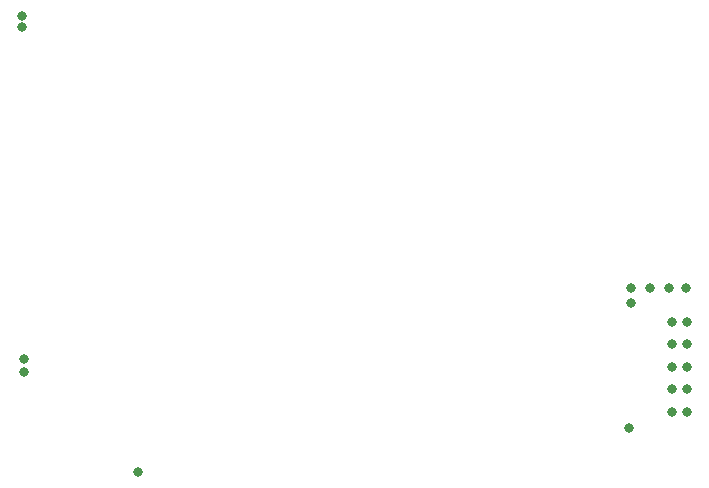
<source format=gbr>
G04 DipTrace 2.05 beta*
%INBottom Paste.gbr*%
%MOIN*%
%ADD10C,0.0098*%
%ADD11C,0.0055*%
%ADD12C,0.003*%
%ADD13C,0.0197*%
%ADD14C,0.0394*%
%ADD15C,0.02*%
%ADD16C,0.03*%
%ADD17C,0.0138*%
%ADD18C,0.0157*%
%ADD19C,0.0118*%
%ADD20C,0.0787*%
%ADD21C,0.0165*%
%ADD22C,0.015*%
%ADD23C,0.0079*%
%ADD24C,0.025*%
%ADD25R,0.056X0.06*%
%ADD26R,0.06X0.056*%
%ADD27R,0.064X0.064*%
%ADD28R,0.07X0.102*%
%ADD29R,0.0709X0.1043*%
%ADD30R,0.0276X0.0276*%
%ADD31R,0.0591X0.0512*%
%ADD32R,0.048X0.063*%
%ADD33R,0.0512X0.0591*%
%ADD34R,0.0866X0.0945*%
%ADD35R,0.0945X0.0866*%
%ADD36R,0.063X0.048*%
%ADD37O,0.0984X0.0709*%
%ADD38R,0.0984X0.0709*%
%ADD39R,0.0787X0.0787*%
%ADD40C,0.0787*%
%ADD41R,0.1063X0.0669*%
%ADD42O,0.1063X0.0669*%
%ADD43R,0.0984X0.0787*%
%ADD44R,0.122X0.0217*%
%ADD45C,0.01*%
%ADD46O,0.065X0.1*%
%ADD47R,0.0591X0.0591*%
%ADD48C,0.0591*%
%ADD49R,0.0669X0.1063*%
%ADD50O,0.0669X0.1063*%
%ADD51R,0.06X0.06*%
%ADD52C,0.06*%
%ADD53R,0.0472X0.0394*%
%ADD54R,0.0394X0.0472*%
%ADD55R,0.1772X0.1102*%
%ADD56R,0.1004X0.2953*%
%ADD57R,0.0551X0.0512*%
%ADD58R,0.1063X0.0472*%
%ADD59C,0.0827*%
%ADD60C,0.0906*%
%ADD61C,0.0373*%
%ADD62R,0.0709X0.0197*%
%ADD63R,0.0197X0.0709*%
%ADD64R,0.05X0.015*%
%ADD65R,0.065X0.0157*%
%ADD66O,0.0134X0.0143*%
%ADD67R,0.0165X0.0701*%
%ADD68R,0.08X0.026*%
%ADD69O,0.0143X0.0134*%
%ADD70R,0.0701X0.0165*%
%ADD71C,0.248*%
%ADD72C,0.1732*%
%ADD73C,0.1378*%
%ADD74C,0.1575*%
%ADD75C,0.0512*%
%ADD76C,0.04*%
%ADD77C,0.0191*%
%ADD78C,0.0354*%
%ADD79C,0.128*%
%ADD80C,0.0295*%
%ADD81C,0.0335*%
%ADD82C,0.035*%
%ADD83C,0.038*%
%ADD84C,0.126*%
%ADD85C,0.0236*%
%ADD86C,0.0479*%
%ADD87C,0.0321*%
%ADD88C,0.0433*%
%ADD89C,0.1654*%
%ADD90C,0.1496*%
%ADD91C,0.1457*%
%ADD92C,0.1299*%
%ADD93C,0.1811*%
%ADD94C,0.2559*%
%ADD95C,0.2402*%
%ADD96R,0.078X0.0244*%
%ADD97R,0.0622X0.0087*%
%ADD98R,0.0879X0.0339*%
%ADD99R,0.0721X0.0181*%
%ADD100R,0.0244X0.078*%
%ADD101R,0.0087X0.0622*%
%ADD102R,0.0728X0.0236*%
%ADD103R,0.0571X0.0079*%
%ADD104R,0.0579X0.0228*%
%ADD105R,0.0421X0.0071*%
%ADD106R,0.0276X0.0787*%
%ADD107R,0.0118X0.063*%
%ADD108R,0.0787X0.0276*%
%ADD109R,0.063X0.0118*%
%ADD110C,0.0984*%
%ADD111C,0.0748*%
%ADD112R,0.1142X0.0551*%
%ADD113R,0.0984X0.0394*%
%ADD114R,0.063X0.0591*%
%ADD115R,0.0472X0.0433*%
%ADD116R,0.1083X0.3031*%
%ADD117R,0.0925X0.2874*%
%ADD118R,0.185X0.1181*%
%ADD119R,0.1693X0.1024*%
%ADD120R,0.0472X0.0551*%
%ADD121R,0.0315X0.0394*%
%ADD122R,0.0551X0.0472*%
%ADD123R,0.0394X0.0315*%
%ADD124C,0.0679*%
%ADD125C,0.0521*%
%ADD126R,0.0679X0.0679*%
%ADD127R,0.0521X0.0521*%
%ADD128O,0.0748X0.1142*%
%ADD129O,0.0591X0.0984*%
%ADD130R,0.0748X0.1142*%
%ADD131R,0.0591X0.0984*%
%ADD132C,0.0669*%
%ADD133R,0.0669X0.0669*%
%ADD134R,0.0512X0.0512*%
%ADD135O,0.0729X0.1079*%
%ADD136O,0.0571X0.0921*%
%ADD137R,0.1299X0.0295*%
%ADD138R,0.1142X0.0138*%
%ADD139R,0.1063X0.0866*%
%ADD140R,0.0906X0.0709*%
%ADD141O,0.1142X0.0748*%
%ADD142O,0.0984X0.0591*%
%ADD143R,0.1142X0.0748*%
%ADD144R,0.0984X0.0591*%
%ADD145C,0.0866*%
%ADD146C,0.0709*%
%ADD147R,0.0866X0.0866*%
%ADD148R,0.0709X0.0709*%
%ADD149R,0.1063X0.0787*%
%ADD150R,0.0906X0.063*%
%ADD151O,0.1063X0.0787*%
%ADD152O,0.0906X0.063*%
%ADD153R,0.0709X0.0559*%
%ADD154R,0.0551X0.0401*%
%ADD155R,0.1024X0.0945*%
%ADD156R,0.0866X0.0787*%
%ADD157R,0.0945X0.1024*%
%ADD158R,0.0787X0.0866*%
%ADD159R,0.0591X0.0669*%
%ADD160R,0.0433X0.0512*%
%ADD161R,0.0559X0.0709*%
%ADD162R,0.0401X0.0551*%
%ADD163R,0.0669X0.0591*%
%ADD164R,0.0512X0.0433*%
%ADD165R,0.0354X0.0354*%
%ADD166R,0.0197X0.0197*%
%ADD167R,0.0787X0.1122*%
%ADD168R,0.063X0.0965*%
%ADD169R,0.0779X0.1099*%
%ADD170R,0.0621X0.0941*%
%ADD171R,0.0719X0.0719*%
%ADD172R,0.0561X0.0561*%
%ADD173R,0.0679X0.0639*%
%ADD174R,0.0521X0.0481*%
%ADD175R,0.0639X0.0679*%
%ADD176R,0.0481X0.0521*%
%ADD177C,0.0866*%
%ADD178C,0.0709*%
%ADD179C,0.0062*%
%ADD180C,0.0093*%
%ADD181C,0.0077*%
%ADD182C,0.0046*%
%ADD183C,0.0232*%
%ADD184C,0.0185*%
%ADD185C,0.017*%
%ADD186C,0.0124*%
%FSLAX44Y44*%
%SFA1B1*%
%OFA0B0*%
G04*
G70*
G90*
G75*
G01*
%LNBotPaste*%
%LPD*%
G54D87*
X24753Y-13501D3*
Y-14001D3*
X24690Y-18189D3*
X8313Y-19627D3*
X25378Y-13501D3*
X26003D3*
X26565D3*
X26128Y-14627D3*
X26628D3*
X4500Y-16314D3*
Y-15877D3*
X26128Y-15377D3*
X26628D3*
X4438Y-4438D3*
Y-4813D3*
X26128Y-16127D3*
X26628D3*
X26128Y-16877D3*
X26628D3*
X26128Y-17627D3*
X26628D3*
M02*

</source>
